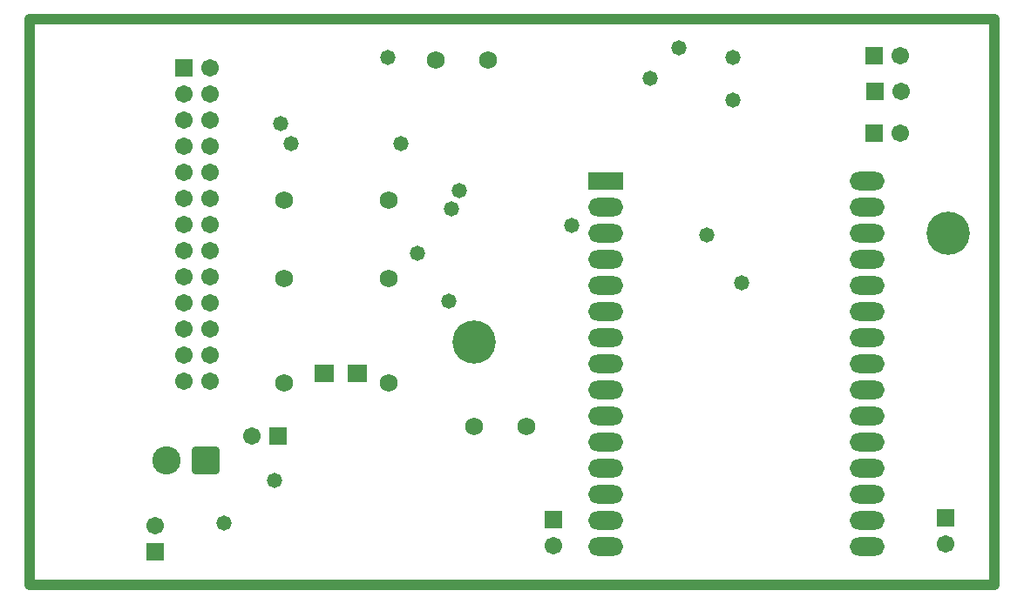
<source format=gbs>
%FSLAX25Y25*%
%MOIN*%
G70*
G01*
G75*
G04 Layer_Color=16711935*
%ADD10O,0.05906X0.01772*%
%ADD11O,0.08661X0.02362*%
%ADD12R,0.07874X0.05118*%
%ADD13R,0.07874X0.07874*%
%ADD14R,0.06000X0.07000*%
%ADD15R,0.07087X0.06299*%
%ADD16R,0.06299X0.07087*%
%ADD17R,0.07000X0.06000*%
%ADD18C,0.03937*%
%ADD19C,0.01181*%
%ADD20C,0.00394*%
%ADD21C,0.01000*%
%ADD22C,0.06000*%
G04:AMPARAMS|DCode=23|XSize=100mil|YSize=100mil|CornerRadius=12.5mil|HoleSize=0mil|Usage=FLASHONLY|Rotation=90.000|XOffset=0mil|YOffset=0mil|HoleType=Round|Shape=RoundedRectangle|*
%AMROUNDEDRECTD23*
21,1,0.10000,0.07500,0,0,90.0*
21,1,0.07500,0.10000,0,0,90.0*
1,1,0.02500,0.03750,0.03750*
1,1,0.02500,0.03750,-0.03750*
1,1,0.02500,-0.03750,-0.03750*
1,1,0.02500,-0.03750,0.03750*
%
%ADD23ROUNDEDRECTD23*%
%ADD24C,0.10000*%
%ADD25C,0.05906*%
%ADD26R,0.05906X0.05906*%
%ADD27O,0.12598X0.06299*%
%ADD28R,0.12598X0.06299*%
%ADD29C,0.15748*%
%ADD30R,0.05906X0.05906*%
%ADD31C,0.05000*%
%ADD32O,0.06706X0.02572*%
%ADD33O,0.09461X0.03162*%
%ADD34R,0.08674X0.05918*%
%ADD35R,0.08674X0.08674*%
%ADD36R,0.06800X0.07800*%
%ADD37R,0.07887X0.07099*%
%ADD38R,0.07099X0.07887*%
%ADD39R,0.07800X0.06800*%
%ADD40C,0.06800*%
G04:AMPARAMS|DCode=41|XSize=108mil|YSize=108mil|CornerRadius=16.5mil|HoleSize=0mil|Usage=FLASHONLY|Rotation=90.000|XOffset=0mil|YOffset=0mil|HoleType=Round|Shape=RoundedRectangle|*
%AMROUNDEDRECTD41*
21,1,0.10800,0.07500,0,0,90.0*
21,1,0.07500,0.10800,0,0,90.0*
1,1,0.03300,0.03750,0.03750*
1,1,0.03300,0.03750,-0.03750*
1,1,0.03300,-0.03750,-0.03750*
1,1,0.03300,-0.03750,0.03750*
%
%ADD41ROUNDEDRECTD41*%
%ADD42C,0.10800*%
%ADD43C,0.06706*%
%ADD44R,0.06706X0.06706*%
%ADD45O,0.13398X0.07099*%
%ADD46R,0.13398X0.07099*%
%ADD47C,0.16548*%
%ADD48R,0.06706X0.06706*%
%ADD49C,0.05800*%
D18*
X165500Y300000D02*
Y516535D01*
X534646D01*
Y300000D02*
Y516535D01*
X165500Y300000D02*
X534646D01*
D39*
X290800Y381000D02*
D03*
X278200D02*
D03*
D40*
X340800Y501000D02*
D03*
X320800D02*
D03*
X335500Y360500D02*
D03*
X355500D02*
D03*
X262713Y447291D02*
D03*
Y417291D02*
D03*
Y377291D02*
D03*
X302713D02*
D03*
Y417291D02*
D03*
Y447291D02*
D03*
D41*
X233000Y347500D02*
D03*
D42*
X218000D02*
D03*
D43*
X234500Y378000D02*
D03*
X224500D02*
D03*
X234500Y388000D02*
D03*
X224500D02*
D03*
X234500Y398000D02*
D03*
X224500D02*
D03*
X234500Y408000D02*
D03*
X224500D02*
D03*
X234500Y418000D02*
D03*
X224500D02*
D03*
X234500Y428000D02*
D03*
X224500D02*
D03*
X234500Y438000D02*
D03*
X224500D02*
D03*
X234500Y448000D02*
D03*
X224500D02*
D03*
X234500Y458000D02*
D03*
X224500D02*
D03*
X234500Y468000D02*
D03*
X224500D02*
D03*
X234500Y478000D02*
D03*
X224500D02*
D03*
X234500Y488000D02*
D03*
X224500D02*
D03*
X234500Y498000D02*
D03*
X516000Y315500D02*
D03*
X498500Y473000D02*
D03*
X499000Y489000D02*
D03*
X498500Y502500D02*
D03*
X250500Y357000D02*
D03*
X213500Y322500D02*
D03*
X366000Y315000D02*
D03*
D44*
X224500Y498000D02*
D03*
X516000Y325500D02*
D03*
X213500Y312500D02*
D03*
X366000Y325000D02*
D03*
D45*
X486000Y314500D02*
D03*
Y324500D02*
D03*
Y334500D02*
D03*
Y344500D02*
D03*
Y354500D02*
D03*
Y364500D02*
D03*
Y374500D02*
D03*
Y384500D02*
D03*
Y394500D02*
D03*
Y404500D02*
D03*
Y414500D02*
D03*
Y424500D02*
D03*
Y434500D02*
D03*
Y444500D02*
D03*
Y454500D02*
D03*
X386000Y314500D02*
D03*
Y324500D02*
D03*
Y334500D02*
D03*
Y344500D02*
D03*
Y354500D02*
D03*
Y364500D02*
D03*
Y374500D02*
D03*
Y384500D02*
D03*
Y394500D02*
D03*
Y404500D02*
D03*
Y414500D02*
D03*
Y424500D02*
D03*
Y434500D02*
D03*
Y444500D02*
D03*
D46*
Y454500D02*
D03*
D47*
X517000Y434500D02*
D03*
X335500Y393000D02*
D03*
D48*
X488500Y473000D02*
D03*
X489000Y489000D02*
D03*
X488500Y502500D02*
D03*
X260500Y357000D02*
D03*
D49*
X438000Y415500D02*
D03*
X330000Y451000D02*
D03*
X424500Y434000D02*
D03*
X403000Y494000D02*
D03*
X302500Y502000D02*
D03*
X414000Y505500D02*
D03*
X307500Y469000D02*
D03*
X259191Y339700D02*
D03*
X240000Y323500D02*
D03*
X434500Y501949D02*
D03*
Y485500D02*
D03*
X261500Y476500D02*
D03*
X327000Y444000D02*
D03*
X265500Y469000D02*
D03*
X314000Y427000D02*
D03*
X326000Y408500D02*
D03*
X373000Y437488D02*
D03*
M02*

</source>
